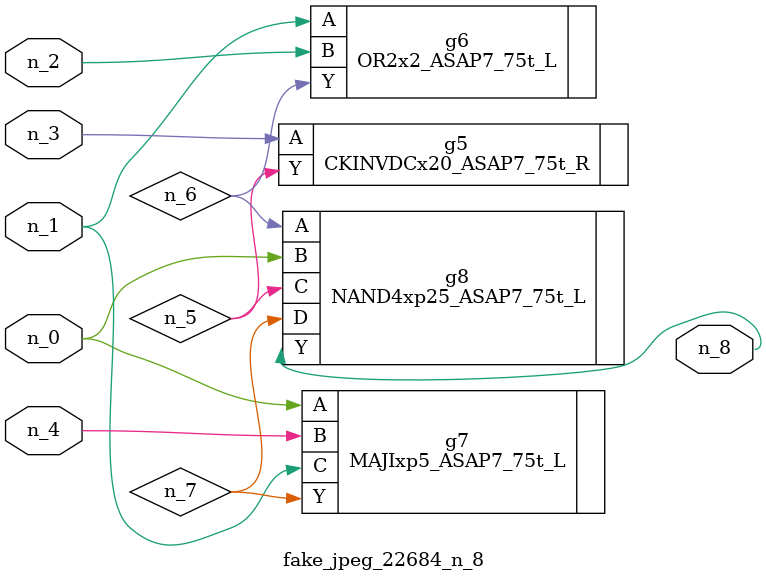
<source format=v>
module fake_jpeg_22684_n_8 (n_3, n_2, n_1, n_0, n_4, n_8);

input n_3;
input n_2;
input n_1;
input n_0;
input n_4;

output n_8;

wire n_6;
wire n_5;
wire n_7;

CKINVDCx20_ASAP7_75t_R g5 ( 
.A(n_3),
.Y(n_5)
);

OR2x2_ASAP7_75t_L g6 ( 
.A(n_1),
.B(n_2),
.Y(n_6)
);

MAJIxp5_ASAP7_75t_L g7 ( 
.A(n_0),
.B(n_4),
.C(n_1),
.Y(n_7)
);

NAND4xp25_ASAP7_75t_L g8 ( 
.A(n_6),
.B(n_0),
.C(n_5),
.D(n_7),
.Y(n_8)
);


endmodule
</source>
